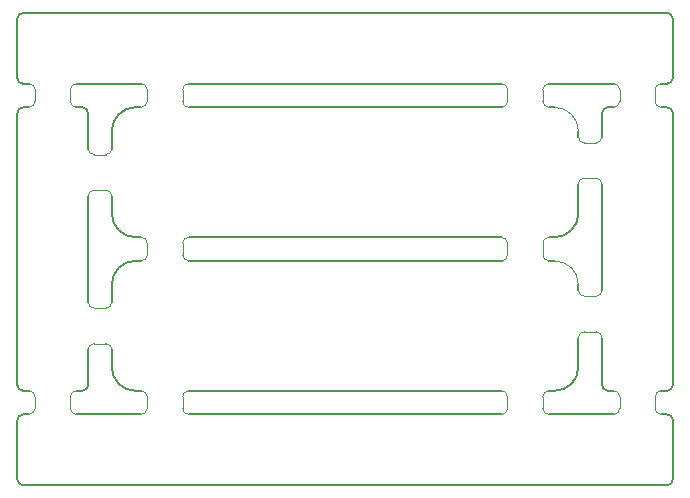
<source format=gbr>
G04 #@! TF.GenerationSoftware,KiCad,Pcbnew,(5.1.4)-1*
G04 #@! TF.CreationDate,2021-03-22T03:07:54-07:00*
G04 #@! TF.ProjectId,bsw,6273772e-6b69-4636-9164-5f7063625858,rev?*
G04 #@! TF.SameCoordinates,Original*
G04 #@! TF.FileFunction,Profile,NP*
%FSLAX46Y46*%
G04 Gerber Fmt 4.6, Leading zero omitted, Abs format (unit mm)*
G04 Created by KiCad (PCBNEW (5.1.4)-1) date 2021-03-22 03:07:54*
%MOMM*%
%LPD*%
G04 APERTURE LIST*
%ADD10C,0.150000*%
%ADD11C,0.120000*%
G04 APERTURE END LIST*
D10*
X-33000000Y-31500000D02*
X-33000000Y-26500000D01*
X-32500000Y-32000000D02*
G75*
G02X-33000000Y-31500000I0J500000D01*
G01*
X22000000Y-32000000D02*
X-32500000Y-32000000D01*
X22500000Y-31500000D02*
G75*
G02X22000000Y-32000000I-500000J0D01*
G01*
X22500000Y-26500000D02*
X22500000Y-31500000D01*
X22500000Y7500000D02*
X22500000Y2500000D01*
X22000000Y8000000D02*
G75*
G02X22500000Y7500000I0J-500000D01*
G01*
X-32500000Y8000000D02*
X22000000Y8000000D01*
X-33000000Y7500000D02*
G75*
G02X-32500000Y8000000I500000J0D01*
G01*
X-33000000Y2500000D02*
X-33000000Y7500000D01*
X12000000Y2000000D02*
X17500000Y2000000D01*
X-22500000Y2000000D02*
X-28000000Y2000000D01*
X17500000Y-26000000D02*
X12000000Y-26000000D01*
X16500000Y-2500000D02*
X16500000Y-500000D01*
X17000000Y-24000000D02*
G75*
G02X16500000Y-23500000I0J500000D01*
G01*
X16500000Y-19500000D02*
X16500000Y-23500000D01*
X22500000Y-23500000D02*
G75*
G02X22000000Y-24000000I-500000J0D01*
G01*
X22500000Y-500000D02*
X22500000Y-23500000D01*
X22000000Y0D02*
G75*
G02X22500000Y-500000I0J-500000D01*
G01*
X21500000Y0D02*
X22000000Y0D01*
X17000000Y0D02*
X17500000Y0D01*
X16500000Y-500000D02*
G75*
G02X17000000Y0I500000J0D01*
G01*
X21500000Y-26000000D02*
X22000000Y-26000000D01*
X22000000Y-26000000D02*
G75*
G02X22500000Y-26500000I0J-500000D01*
G01*
X21500000Y-24000000D02*
X22000000Y-24000000D01*
X22500000Y2500000D02*
G75*
G02X22000000Y2000000I-500000J0D01*
G01*
X21500000Y2000000D02*
X22000000Y2000000D01*
X17000000Y-24000000D02*
X17500000Y-24000000D01*
X16500000Y-6500000D02*
X16500000Y-15500000D01*
X-27000000Y-16500000D02*
X-27000000Y-7500000D01*
X-32500000Y2000000D02*
G75*
G02X-33000000Y2500000I0J500000D01*
G01*
X-33000000Y-26500000D02*
G75*
G02X-32500000Y-26000000I500000J0D01*
G01*
X-32000000Y-26000000D02*
X-32500000Y-26000000D01*
X-32000000Y2000000D02*
X-32500000Y2000000D01*
X-32000000Y0D02*
X-32500000Y0D01*
X-27500000Y0D02*
X-28000000Y0D01*
X-27500000Y0D02*
G75*
G02X-27000000Y-500000I0J-500000D01*
G01*
X-27000000Y-3500000D02*
X-27000000Y-500000D01*
X-33000000Y-500000D02*
G75*
G02X-32500000Y0I500000J0D01*
G01*
X-33000000Y-23500000D02*
X-33000000Y-500000D01*
X-32500000Y-24000000D02*
G75*
G02X-33000000Y-23500000I0J500000D01*
G01*
X-32000000Y-24000000D02*
X-32500000Y-24000000D01*
X-28000000Y-26000000D02*
X-22500000Y-26000000D01*
X-27500000Y-24000000D02*
X-28000000Y-24000000D01*
X-27000000Y-23500000D02*
G75*
G02X-27500000Y-24000000I-500000J0D01*
G01*
X-27000000Y-20500000D02*
X-27000000Y-23500000D01*
X-18500000Y2000000D02*
X8000000Y2000000D01*
X-18500000Y-26000000D02*
X8000000Y-26000000D01*
X8000000Y-24000000D02*
X-18500000Y-24000000D01*
X12000000Y-24000000D02*
X12500000Y-24000000D01*
X-25000000Y-20500000D02*
X-25000000Y-22000000D01*
X14500000Y-19500000D02*
X14500000Y-22000000D01*
X12500000Y0D02*
X12000000Y0D01*
X-18500000Y0D02*
X8000000Y0D01*
X-25000000Y-7500000D02*
X-25000000Y-9000000D01*
X14500000Y-6500000D02*
X14500000Y-9000000D01*
X8000000Y-13000000D02*
X-18500000Y-13000000D01*
X12000000Y-13000000D02*
X12500000Y-13000000D01*
X12000000Y-11000000D02*
X12500000Y-11000000D01*
X-18500000Y-11000000D02*
X8000000Y-11000000D01*
X14500000Y-22000000D02*
G75*
G02X12500000Y-24000000I-2000000J0D01*
G01*
X-25000000Y-15000000D02*
X-25000000Y-16500000D01*
X14500000Y-15500000D02*
X14500000Y-15000000D01*
X-23000000Y-24000000D02*
X-22500000Y-24000000D01*
X-23000000Y-24000000D02*
G75*
G02X-25000000Y-22000000I0J2000000D01*
G01*
D11*
X12500000Y-13000000D02*
G75*
G02X14500000Y-15000000I0J-2000000D01*
G01*
D10*
X-22500000Y-13000000D02*
X-23000000Y-13000000D01*
X-25000000Y-15000000D02*
G75*
G02X-23000000Y-13000000I2000000J0D01*
G01*
X14500000Y-9000000D02*
G75*
G02X12500000Y-11000000I-2000000J0D01*
G01*
D11*
X12500000Y0D02*
G75*
G02X14500000Y-2000000I0J-2000000D01*
G01*
D10*
X-23000000Y-11000000D02*
G75*
G02X-25000000Y-9000000I0J2000000D01*
G01*
X-25000000Y-2000000D02*
G75*
G02X-23000000Y0I2000000J0D01*
G01*
X14500000Y-2500000D02*
X14500000Y-2000000D01*
X-23000000Y-11000000D02*
X-22500000Y-11000000D01*
X-25000000Y-2000000D02*
X-25000000Y-3500000D01*
X-22500000Y0D02*
X-23000000Y0D01*
D11*
X17500000Y-24000000D02*
G75*
G02X18000000Y-24500000I0J-500000D01*
G01*
X21000000Y-24500000D02*
G75*
G02X21500000Y-24000000I500000J0D01*
G01*
X18000000Y-25500000D02*
X18000000Y-24500000D01*
X21000000Y-25500000D02*
X21000000Y-24500000D01*
X18000000Y-25500000D02*
G75*
G02X17500000Y-26000000I-500000J0D01*
G01*
X21500000Y-26000000D02*
G75*
G02X21000000Y-25500000I0J500000D01*
G01*
X-32000000Y-24000000D02*
G75*
G02X-31500000Y-24500000I0J-500000D01*
G01*
X-28500000Y-24500000D02*
G75*
G02X-28000000Y-24000000I500000J0D01*
G01*
X-31500000Y-25500000D02*
X-31500000Y-24500000D01*
X-28500000Y-25500000D02*
X-28500000Y-24500000D01*
X-31500000Y-25500000D02*
G75*
G02X-32000000Y-26000000I-500000J0D01*
G01*
X-28000000Y-26000000D02*
G75*
G02X-28500000Y-25500000I0J500000D01*
G01*
X17500000Y2000000D02*
G75*
G02X18000000Y1500000I0J-500000D01*
G01*
X21000000Y1500000D02*
G75*
G02X21500000Y2000000I500000J0D01*
G01*
X18000000Y500000D02*
X18000000Y1500000D01*
X21000000Y500000D02*
X21000000Y1500000D01*
X18000000Y500000D02*
G75*
G02X17500000Y0I-500000J0D01*
G01*
X21500000Y0D02*
G75*
G02X21000000Y500000I0J500000D01*
G01*
X-32000000Y2000000D02*
G75*
G02X-31500000Y1500000I0J-500000D01*
G01*
X-28500000Y1500000D02*
G75*
G02X-28000000Y2000000I500000J0D01*
G01*
X-31500000Y500000D02*
X-31500000Y1500000D01*
X-28500000Y500000D02*
X-28500000Y1500000D01*
X-31500000Y500000D02*
G75*
G02X-32000000Y0I-500000J0D01*
G01*
X-28000000Y0D02*
G75*
G02X-28500000Y500000I0J500000D01*
G01*
X16500000Y-2500000D02*
G75*
G02X16000000Y-3000000I-500000J0D01*
G01*
X16000000Y-6000000D02*
G75*
G02X16500000Y-6500000I0J-500000D01*
G01*
X15000000Y-3000000D02*
X16000000Y-3000000D01*
X15000000Y-6000000D02*
X16000000Y-6000000D01*
X15000000Y-3000000D02*
G75*
G02X14500000Y-2500000I0J500000D01*
G01*
X14500000Y-6500000D02*
G75*
G02X15000000Y-6000000I500000J0D01*
G01*
X16500000Y-15500000D02*
G75*
G02X16000000Y-16000000I-500000J0D01*
G01*
X16000000Y-19000000D02*
G75*
G02X16500000Y-19500000I0J-500000D01*
G01*
X15000000Y-16000000D02*
X16000000Y-16000000D01*
X15000000Y-19000000D02*
X16000000Y-19000000D01*
X15000000Y-16000000D02*
G75*
G02X14500000Y-15500000I0J500000D01*
G01*
X14500000Y-19500000D02*
G75*
G02X15000000Y-19000000I500000J0D01*
G01*
X-27000000Y-20500000D02*
G75*
G02X-26500000Y-20000000I500000J0D01*
G01*
X-26500000Y-17000000D02*
G75*
G02X-27000000Y-16500000I0J500000D01*
G01*
X-25500000Y-20000000D02*
X-26500000Y-20000000D01*
X-25500000Y-17000000D02*
X-26500000Y-17000000D01*
X-25500000Y-20000000D02*
G75*
G02X-25000000Y-20500000I0J-500000D01*
G01*
X-25000000Y-16500000D02*
G75*
G02X-25500000Y-17000000I-500000J0D01*
G01*
X-27000000Y-7500000D02*
G75*
G02X-26500000Y-7000000I500000J0D01*
G01*
X-26500000Y-4000000D02*
G75*
G02X-27000000Y-3500000I0J500000D01*
G01*
X-25500000Y-7000000D02*
X-26500000Y-7000000D01*
X-25500000Y-4000000D02*
X-26500000Y-4000000D01*
X-25500000Y-7000000D02*
G75*
G02X-25000000Y-7500000I0J-500000D01*
G01*
X-25000000Y-3500000D02*
G75*
G02X-25500000Y-4000000I-500000J0D01*
G01*
X8000000Y-24000000D02*
G75*
G02X8500000Y-24500000I0J-500000D01*
G01*
X11500000Y-24500000D02*
G75*
G02X12000000Y-24000000I500000J0D01*
G01*
X8500000Y-25500000D02*
X8500000Y-24500000D01*
X11500000Y-25500000D02*
X11500000Y-24500000D01*
X8500000Y-25500000D02*
G75*
G02X8000000Y-26000000I-500000J0D01*
G01*
X12000000Y-26000000D02*
G75*
G02X11500000Y-25500000I0J500000D01*
G01*
X-22500000Y-24000000D02*
G75*
G02X-22000000Y-24500000I0J-500000D01*
G01*
X-19000000Y-24500000D02*
G75*
G02X-18500000Y-24000000I500000J0D01*
G01*
X-22000000Y-25500000D02*
X-22000000Y-24500000D01*
X-19000000Y-25500000D02*
X-19000000Y-24500000D01*
X-22000000Y-25500000D02*
G75*
G02X-22500000Y-26000000I-500000J0D01*
G01*
X-18500000Y-26000000D02*
G75*
G02X-19000000Y-25500000I0J500000D01*
G01*
X8000000Y2000000D02*
G75*
G02X8500000Y1500000I0J-500000D01*
G01*
X11500000Y1500000D02*
G75*
G02X12000000Y2000000I500000J0D01*
G01*
X8500000Y500000D02*
X8500000Y1500000D01*
X11500000Y500000D02*
X11500000Y1500000D01*
X8500000Y500000D02*
G75*
G02X8000000Y0I-500000J0D01*
G01*
X12000000Y0D02*
G75*
G02X11500000Y500000I0J500000D01*
G01*
X-22500000Y2000000D02*
G75*
G02X-22000000Y1500000I0J-500000D01*
G01*
X-19000000Y1500000D02*
G75*
G02X-18500000Y2000000I500000J0D01*
G01*
X-22000000Y500000D02*
X-22000000Y1500000D01*
X-19000000Y500000D02*
X-19000000Y1500000D01*
X-22000000Y500000D02*
G75*
G02X-22500000Y0I-500000J0D01*
G01*
X-18500000Y0D02*
G75*
G02X-19000000Y500000I0J500000D01*
G01*
X8000000Y-11000000D02*
G75*
G02X8500000Y-11500000I0J-500000D01*
G01*
X11500000Y-11500000D02*
G75*
G02X12000000Y-11000000I500000J0D01*
G01*
X8500000Y-12500000D02*
X8500000Y-11500000D01*
X11500000Y-12500000D02*
X11500000Y-11500000D01*
X8500000Y-12500000D02*
G75*
G02X8000000Y-13000000I-500000J0D01*
G01*
X12000000Y-13000000D02*
G75*
G02X11500000Y-12500000I0J500000D01*
G01*
X-22500000Y-11000000D02*
G75*
G02X-22000000Y-11500000I0J-500000D01*
G01*
X-19000000Y-11500000D02*
G75*
G02X-18500000Y-11000000I500000J0D01*
G01*
X-22000000Y-12500000D02*
X-22000000Y-11500000D01*
X-19000000Y-12500000D02*
X-19000000Y-11500000D01*
X-22000000Y-12500000D02*
G75*
G02X-22500000Y-13000000I-500000J0D01*
G01*
X-18500000Y-13000000D02*
G75*
G02X-19000000Y-12500000I0J500000D01*
G01*
M02*

</source>
